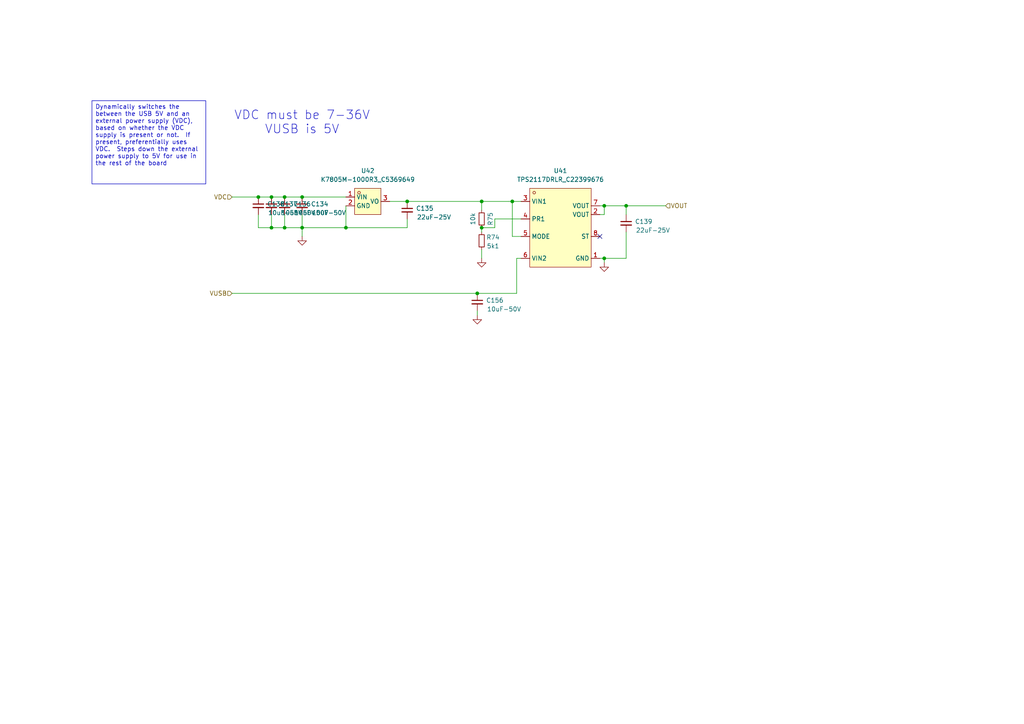
<source format=kicad_sch>
(kicad_sch (version 20250114) (generator "eeschema") (generator_version "9.0")
  (paper "A4")
  (lib_symbols
    (symbol "Device:C_Small" (pin_numbers (hide yes)) (pin_names (offset 0.254) (hide yes))
      (property "Reference" "C" (at 0.254 1.778 0))
      (property "Value" "C_Small" (at 0.254 -2.032 0))
      (symbol "C_Small_0_1"
        (polyline (pts (xy -1.524 0.508) (xy 1.524 0.508)) (stroke (width 0.3048)))
        (polyline (pts (xy -1.524 -0.508) (xy 1.524 -0.508)) (stroke (width 0.3302)))
      )
      (symbol "C_Small_1_1"
        (pin passive line (at 0 2.54 270) (length 2.032) (name "~") (number "1"))
        (pin passive line (at 0 -2.54 90) (length 2.032) (name "~") (number "2"))
      )
    )
    (symbol "Device:R_Small" (pin_numbers (hide yes)) (pin_names (offset 0.254) (hide yes))
      (property "Reference" "R" (at 0.762 0.508 0))
      (property "Value" "R_Small" (at 0.762 -1.016 0))
      (symbol "R_Small_0_1"
        (rectangle (start -0.762 1.778) (end 0.762 -1.778) (stroke (width 0.2032)))
      )
      (symbol "R_Small_1_1"
        (pin passive line (at 0 2.54 270) (length 0.762) (name "~") (number "1"))
        (pin passive line (at 0 -2.54 90) (length 0.762) (name "~") (number "2"))
      )
    )
    (symbol "lcsc:K7805M-1000R3_C5369649"
      (property "Reference" "U" (at 0 7.62 0))
      (property "Value" "K7805M-1000R3_C5369649" (at 0 -5.08 0))
      (symbol "K7805M-1000R3_C5369649_0_1"
        (rectangle (start -3.81 5.08) (end 3.81 -2.54) (fill (type background)))
        (circle (center -2.54 3.81) (radius 0.38))
        (pin unspecified line (at -6.35 2.54 0) (length 2.54) (name "VIN") (number "1"))
        (pin unspecified line (at -6.35 0 0) (length 2.54) (name "GND") (number "2"))
        (pin unspecified line (at 6.35 1.27 180) (length 2.54) (name "VO") (number "3"))
      )
    )
    (symbol "lcsc:TPS2117DRLR_C22399676"
      (property "Reference" "U" (at 0 8.89 0))
      (property "Value" "TPS2117DRLR_C22399676" (at 0.762 -18.796 0))
      (symbol "TPS2117DRLR_C22399676_0_1"
        (rectangle (start -8.89 6.35) (end 8.89 -16.51) (fill (type background)))
        (circle (center -7.62 5.08) (radius 0.38))
        (pin unspecified line (at -11.43 2.54 0) (length 2.54) (name "VIN1") (number "3"))
        (pin unspecified line (at -11.43 -2.54 0) (length 2.54) (name "PR1") (number "4"))
        (pin unspecified line (at -11.43 -7.62 0) (length 2.54) (name "MODE") (number "5"))
        (pin unspecified line (at -11.43 -13.97 0) (length 2.54) (name "VIN2") (number "6"))
        (pin unspecified line (at 11.43 -1.27 180) (length 2.54) (name "VOUT") (number "2"))
        (pin unspecified line (at 11.43 -7.62 180) (length 2.54) (name "ST") (number "8"))
        (pin unspecified line (at 11.43 -13.97 180) (length 2.54) (name "GND") (number "1"))
      )
      (symbol "TPS2117DRLR_C22399676_1_1"
        (pin unspecified line (at 11.43 1.27 180) (length 2.54) (name "VOUT") (number "7"))
      )
    )
    (symbol "power:GND" (power) (pin_numbers (hide yes)) (pin_names (offset 0) (hide yes))
      (property "Value" "GND" (at 0 -3.81 0))
      (symbol "GND_0_1"
        (polyline (pts (xy 0 0) (xy 0 -1.27) (xy 1.27 -1.27) (xy 0 -2.54) (xy -1.27 -1.27) (xy 0 -1.27)))
      )
      (symbol "GND_1_1"
        (pin power_in line (at 0 0 270) (length 0) (name "~") (number "1"))
      )
    )
  )
  (text "VDC must be 7-36V\nVUSB is 5V" (at 87.63 35.56 0) (effects (font (size 2.54 2.54))))
  (text_box "Dynamically switches the between the USB 5V and an external power supply (VDC), based on whether the VDC supply is present or not.  If present, preferentially uses VDC.  Steps down the external power supply to 5V for use in the rest of the board" (at 26.67 29.21 0) (size 33.02 24.13) (margins 0.9525 0.9525 0.9525 0.9525) (effects (font (size 1.27 1.27)) (justify left top)))
  (junction (at 82.55 57.15))
  (junction (at 175.26 59.69))
  (junction (at 139.7 58.42))
  (junction (at 78.74 57.15))
  (junction (at 100.33 66.04))
  (junction (at 87.63 57.15))
  (junction (at 87.63 66.04))
  (junction (at 82.55 66.04))
  (junction (at 175.26 74.93))
  (junction (at 74.93 57.15))
  (junction (at 139.7 66.04))
  (junction (at 181.61 59.69))
  (junction (at 138.43 85.09))
  (junction (at 148.59 58.42))
  (junction (at 118.11 58.42))
  (junction (at 78.74 66.04))
  (no_connect (at 173.99 68.58))
  (wire (pts (xy 173.99 62.23) (xy 175.26 62.23)))
  (wire (pts (xy 87.63 68.58) (xy 87.63 66.04)))
  (wire (pts (xy 181.61 59.69) (xy 193.04 59.69)))
  (wire (pts (xy 67.31 57.15) (xy 74.93 57.15)))
  (wire (pts (xy 175.26 74.93) (xy 173.99 74.93)))
  (wire (pts (xy 78.74 62.23) (xy 78.74 66.04)))
  (wire (pts (xy 78.74 57.15) (xy 82.55 57.15)))
  (wire (pts (xy 78.74 66.04) (xy 82.55 66.04)))
  (wire (pts (xy 82.55 57.15) (xy 87.63 57.15)))
  (wire (pts (xy 175.26 74.93) (xy 181.61 74.93)))
  (wire (pts (xy 181.61 74.93) (xy 181.61 67.31)))
  (wire (pts (xy 143.51 66.04) (xy 143.51 63.5)))
  (wire (pts (xy 151.13 68.58) (xy 148.59 68.58)))
  (wire (pts (xy 148.59 58.42) (xy 151.13 58.42)))
  (wire (pts (xy 139.7 58.42) (xy 139.7 60.96)))
  (wire (pts (xy 181.61 59.69) (xy 181.61 62.23)))
  (wire (pts (xy 139.7 72.39) (xy 139.7 74.93)))
  (wire (pts (xy 118.11 58.42) (xy 139.7 58.42)))
  (wire (pts (xy 100.33 59.69) (xy 100.33 66.04)))
  (wire (pts (xy 148.59 68.58) (xy 148.59 58.42)))
  (wire (pts (xy 82.55 62.23) (xy 82.55 66.04)))
  (wire (pts (xy 138.43 85.09) (xy 149.86 85.09)))
  (wire (pts (xy 139.7 66.04) (xy 143.51 66.04)))
  (wire (pts (xy 100.33 66.04) (xy 118.11 66.04)))
  (wire (pts (xy 149.86 74.93) (xy 151.13 74.93)))
  (wire (pts (xy 87.63 66.04) (xy 100.33 66.04)))
  (wire (pts (xy 74.93 66.04) (xy 78.74 66.04)))
  (wire (pts (xy 74.93 62.23) (xy 74.93 66.04)))
  (wire (pts (xy 175.26 59.69) (xy 181.61 59.69)))
  (wire (pts (xy 82.55 66.04) (xy 87.63 66.04)))
  (wire (pts (xy 138.43 90.17) (xy 138.43 91.44)))
  (wire (pts (xy 143.51 63.5) (xy 151.13 63.5)))
  (wire (pts (xy 87.63 66.04) (xy 87.63 62.23)))
  (wire (pts (xy 118.11 66.04) (xy 118.11 63.5)))
  (wire (pts (xy 113.03 58.42) (xy 118.11 58.42)))
  (wire (pts (xy 173.99 59.69) (xy 175.26 59.69)))
  (wire (pts (xy 67.31 85.09) (xy 138.43 85.09)))
  (wire (pts (xy 139.7 58.42) (xy 148.59 58.42)))
  (wire (pts (xy 139.7 66.04) (xy 139.7 67.31)))
  (wire (pts (xy 149.86 85.09) (xy 149.86 74.93)))
  (wire (pts (xy 175.26 62.23) (xy 175.26 59.69)))
  (wire (pts (xy 175.26 76.2) (xy 175.26 74.93)))
  (wire (pts (xy 74.93 57.15) (xy 78.74 57.15)))
  (wire (pts (xy 87.63 57.15) (xy 100.33 57.15)))
  (hierarchical_label "VOUT" (shape input) (at 193.04 59.69 0))
  (hierarchical_label "VDC" (shape input) (at 67.31 57.15 180))
  (hierarchical_label "VUSB" (shape input) (at 67.31 85.09 180))
  (symbol (lib_id "lcsc:TPS2117DRLR_C22399676") (at 162.56 60.96 0) (unit 1)
    (property "Reference" "U41" (at 162.56 49.53 0))
    (property "Value" "TPS2117DRLR_C22399676" (at 162.56 52.07 0))
    (property "Footprint" "lcsc:SOT-583-8_L2.1-W1.2-P0.50-LS1.6-BL" (effects (hide yes)))
    (property "Datasheet" "https://www.ti.com/lit/gpn/tps2117" (effects (hide yes)))
    (property "LCSC Part" "C22399676" (effects (hide yes)))
  )
  (symbol (lib_id "power:GND") (at 139.7 74.93 0) (unit 1)
    (property "Reference" "#PWR038" (effects (hide yes)))
    (property "Value" "GND" (effects (hide yes)))
    (property "Description" "Power symbol creates a global label with name \"GND\" , ground" (effects (hide yes)))
  )
  (symbol (lib_id "Device:C_Small") (at 78.74 59.69 0) (unit 1)
    (property "Reference" "C137" (at 81.28 59.182 0) (effects (justify left)))
    (property "Value" "10uF-50V" (at 81.534 61.722 0) (effects (justify left)))
    (property "Footprint" "Capacitor_SMD:C_0805_2012Metric" (effects (hide yes)))
    (property "Description" "Unpolarized capacitor, small symbol" (effects (hide yes)))
    (property "LCSC" "C440198" (effects (hide yes)))
  )
  (symbol (lib_id "Device:C_Small") (at 138.43 87.63 0) (unit 1)
    (property "Reference" "C156" (at 140.97 87.122 0) (effects (justify left)))
    (property "Value" "10uF-50V" (at 141.224 89.662 0) (effects (justify left)))
    (property "Footprint" "Capacitor_SMD:C_0805_2012Metric" (effects (hide yes)))
    (property "Description" "Unpolarized capacitor, small symbol" (effects (hide yes)))
    (property "LCSC" "C440198" (effects (hide yes)))
  )
  (symbol (lib_id "Device:C_Small") (at 118.11 60.96 0) (unit 1)
    (property "Reference" "C135" (at 120.65 60.452 0) (effects (justify left)))
    (property "Value" "22uF-25V" (at 120.904 62.992 0) (effects (justify left)))
    (property "Footprint" "Capacitor_SMD:C_0805_2012Metric" (effects (hide yes)))
    (property "Description" "Unpolarized capacitor, small symbol" (effects (hide yes)))
    (property "LCSC" "C45783" (effects (hide yes)))
  )
  (symbol (lib_id "Device:C_Small") (at 87.63 59.69 0) (unit 1)
    (property "Reference" "C134" (at 90.17 59.182 0) (effects (justify left)))
    (property "Value" "10uF-50V" (at 90.424 61.722 0) (effects (justify left)))
    (property "Footprint" "Capacitor_SMD:C_0805_2012Metric" (effects (hide yes)))
    (property "Description" "Unpolarized capacitor, small symbol" (effects (hide yes)))
    (property "LCSC" "C440198" (effects (hide yes)))
  )
  (symbol (lib_id "Device:C_Small") (at 181.61 64.77 0) (unit 1)
    (property "Reference" "C139" (at 184.15 64.262 0) (effects (justify left)))
    (property "Value" "22uF-25V" (at 184.404 66.802 0) (effects (justify left)))
    (property "Footprint" "Capacitor_SMD:C_0805_2012Metric" (effects (hide yes)))
    (property "Description" "Unpolarized capacitor, small symbol" (effects (hide yes)))
    (property "LCSC" "C45783" (effects (hide yes)))
  )
  (symbol (lib_id "power:GND") (at 138.43 91.44 0) (unit 1)
    (property "Reference" "#PWR071" (effects (hide yes)))
    (property "Value" "GND" (effects (hide yes)))
    (property "Description" "Power symbol creates a global label with name \"GND\" , ground" (effects (hide yes)))
  )
  (symbol (lib_id "Device:R_Small") (at 139.7 69.85 0) (mirror x) (unit 1)
    (property "Reference" "R74" (at 143.002 68.834 0))
    (property "Value" "5k1" (at 143.002 71.374 0))
    (property "Footprint" "Resistor_SMD:R_0402_1005Metric" (effects (hide yes)))
    (property "Description" "Resistor, small symbol" (effects (hide yes)))
    (property "LCSC" "C25905" (effects (hide yes)))
  )
  (symbol (lib_id "power:GND") (at 175.26 76.2 0) (unit 1)
    (property "Reference" "#PWR037" (effects (hide yes)))
    (property "Value" "GND" (effects (hide yes)))
    (property "Description" "Power symbol creates a global label with name \"GND\" , ground" (effects (hide yes)))
  )
  (symbol (lib_id "Device:R_Small") (at 139.7 63.5 0) (mirror x) (unit 1)
    (property "Reference" "R75" (at 142.24 63.5 90))
    (property "Value" "10k" (at 137.16 63.5 90))
    (property "Footprint" "Resistor_SMD:R_0402_1005Metric" (effects (hide yes)))
    (property "Description" "Resistor, small symbol" (effects (hide yes)))
    (property "LCSC" "C25744" (effects (hide yes)))
  )
  (symbol (lib_id "power:GND") (at 87.63 68.58 0) (unit 1)
    (property "Reference" "#PWR030" (effects (hide yes)))
    (property "Value" "GND" (effects (hide yes)))
    (property "Description" "Power symbol creates a global label with name \"GND\" , ground" (effects (hide yes)))
  )
  (symbol (lib_id "Device:C_Small") (at 82.55 59.69 0) (unit 1)
    (property "Reference" "C136" (at 85.09 59.182 0) (effects (justify left)))
    (property "Value" "10uF-50V" (at 85.344 61.722 0) (effects (justify left)))
    (property "Footprint" "Capacitor_SMD:C_0805_2012Metric" (effects (hide yes)))
    (property "Description" "Unpolarized capacitor, small symbol" (effects (hide yes)))
    (property "LCSC" "C440198" (effects (hide yes)))
  )
  (symbol (lib_id "lcsc:K7805M-1000R3_C5369649") (at 106.68 59.69 0) (unit 1)
    (property "Reference" "U42" (at 106.68 49.53 0))
    (property "Value" "K7805M-1000R3_C5369649" (at 106.68 52.07 0))
    (property "Footprint" "lcsc:PWRM-TH_DEXU_K780XM-1000R3" (effects (hide yes)))
    (property "LCSC Part" "C5369649" (effects (hide yes)))
  )
  (symbol (lib_id "Device:C_Small") (at 74.93 59.69 0) (unit 1)
    (property "Reference" "C138" (at 77.47 59.182 0) (effects (justify left)))
    (property "Value" "10uF-50V" (at 77.724 61.722 0) (effects (justify left)))
    (property "Footprint" "Capacitor_SMD:C_0805_2012Metric" (effects (hide yes)))
    (property "Description" "Unpolarized capacitor, small symbol" (effects (hide yes)))
    (property "LCSC" "C440198" (effects (hide yes)))
  )
)
</source>
